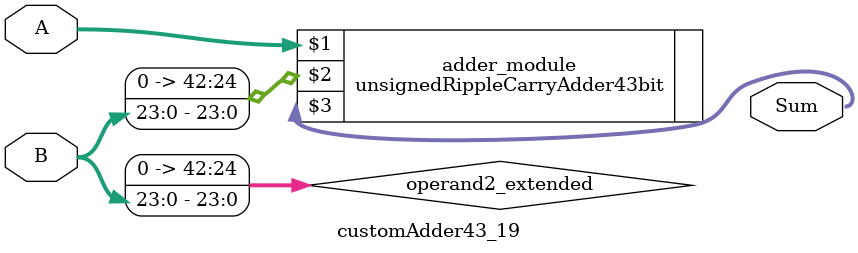
<source format=v>
module customAdder43_19(
                        input [42 : 0] A,
                        input [23 : 0] B,
                        
                        output [43 : 0] Sum
                );

        wire [42 : 0] operand2_extended;
        
        assign operand2_extended =  {19'b0, B};
        
        unsignedRippleCarryAdder43bit adder_module(
            A,
            operand2_extended,
            Sum
        );
        
        endmodule
        
</source>
